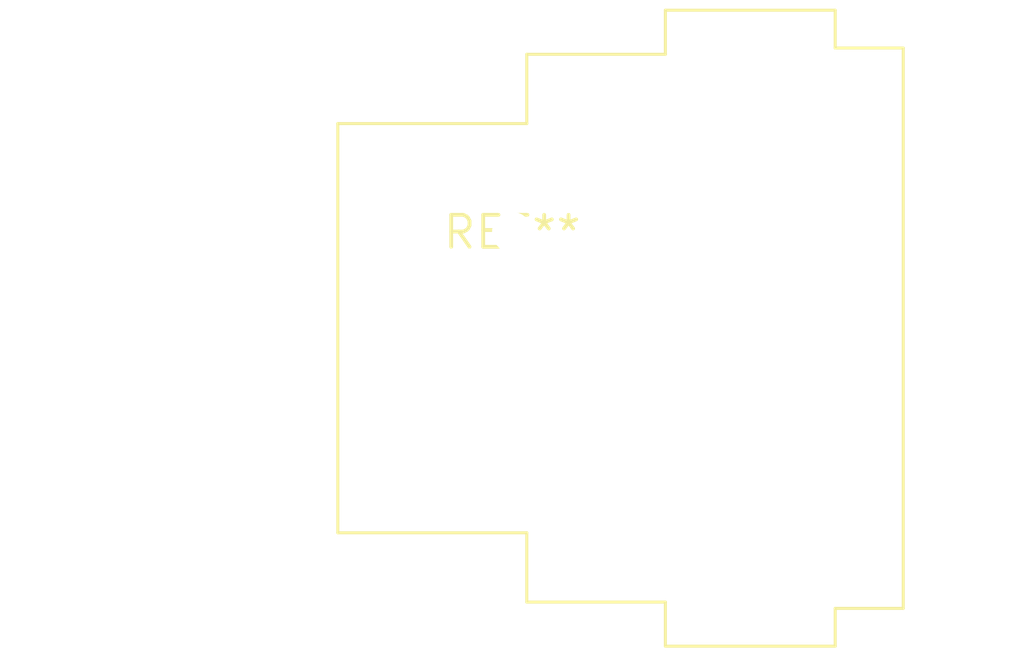
<source format=kicad_pcb>
(kicad_pcb (version 20240108) (generator pcbnew)
  (layers (0 "F.Cu" signal) (31 "B.Cu" signal) (34 "B.Paste" user) (35 "F.Paste" user) (36 "B.SilkS" user "B.Silkscreen") (37 "F.SilkS" user "F.Silkscreen") (38 "B.Mask" user) (39 "F.Mask" user) (44 "Edge.Cuts" user))
  (net 0 "")
  (footprint "Jack_XLR_Neutrik_NC3FAAH1-0_Horizontal" (layer "F.Cu") (at 0 0)
    (property "Reference" "REF**")
    (property "Value" "Jack_XLR_Neutrik_NC3FAAH1-0_Horizontal")
    (fp_line (start -6.92 -4.31) (end -6.92 11.93) (layer "F.SilkS") (stroke (width 0.12)))
    (fp_line (start 0.58 -7.06) (end 0.58 -4.31) (layer "F.SilkS") (stroke (width 0.12)))
    (fp_line (start 0.58 -4.31) (end -6.92 -4.31) (layer "F.SilkS") (stroke (width 0.12)))
    (fp_line (start 0.58 11.93) (end -6.92 11.93) (layer "F.SilkS") (stroke (width 0.12)))
    (fp_line (start 0.58 11.93) (end 0.58 14.68) (layer "F.SilkS") (stroke (width 0.12)))
    (fp_line (start 6.08 -7.06) (end 0.58 -7.06) (layer "F.SilkS") (stroke (width 0.12)))
    (fp_line (start 6.08 -7.06) (end 6.08 -8.81) (layer "F.SilkS") (stroke (width 0.12)))
    (fp_line (start 6.08 14.68) (end 0.58 14.68) (layer "F.SilkS") (stroke (width 0.12)))
    (fp_line (start 6.08 16.43) (end 6.08 14.68) (layer "F.SilkS") (stroke (width 0.12)))
    (fp_line (start 12.82 -8.81) (end 6.08 -8.81) (layer "F.SilkS") (stroke (width 0.12)))
    (fp_line (start 12.82 -8.81) (end 12.82 -7.31) (layer "F.SilkS") (stroke (width 0.12)))
    (fp_line (start 12.82 -7.31) (end 15.52 -7.31) (layer "F.SilkS") (stroke (width 0.12)))
    (fp_line (start 12.82 14.93) (end 12.82 16.43) (layer "F.SilkS") (stroke (width 0.12)))
    (fp_line (start 12.82 14.93) (end 15.52 14.93) (layer "F.SilkS") (stroke (width 0.12)))
    (fp_line (start 12.82 16.43) (end 6.08 16.43) (layer "F.SilkS") (stroke (width 0.12)))
    (fp_line (start 15.52 -7.31) (end 15.52 14.93) (layer "F.SilkS") (stroke (width 0.12)))
    (pad "" np_thru_hole circle (at 3.81 7.62) (size 1.6 1.6) (drill 1.6) (layers *.Cu *.Mask))
    (pad "" np_thru_hole circle (at 8.89 0) (size 1.6 1.6) (drill 1.6) (layers *.Cu *.Mask))
    (pad "1" thru_hole circle (at 0 0) (size 3.4 3.4) (drill 1.6) (layers *.Cu *.Mask) (remove_unused_layers))
    (pad "2" thru_hole circle (at -0.635 7.62) (size 3.4 3.4) (drill 1.6) (layers *.Cu *.Mask) (remove_unused_layers))
    (pad "3" thru_hole circle (at -4.45 3.81) (size 2.9 2.9) (drill 1.2) (layers *.Cu *.Mask) (remove_unused_layers))
  )
)
</source>
